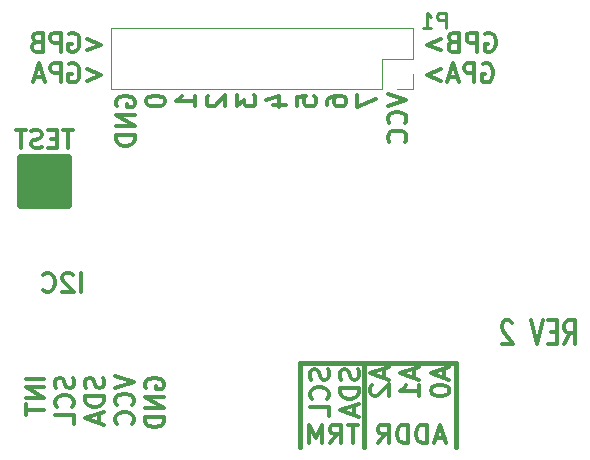
<source format=gbo>
%TF.GenerationSoftware,KiCad,Pcbnew,(6.0.1)*%
%TF.CreationDate,2022-05-24T08:04:28-04:00*%
%TF.ProjectId,SWLEDX8-I2C,53574c45-4458-4382-9d49-32432e6b6963,X1*%
%TF.SameCoordinates,Original*%
%TF.FileFunction,Legend,Bot*%
%TF.FilePolarity,Positive*%
%FSLAX46Y46*%
G04 Gerber Fmt 4.6, Leading zero omitted, Abs format (unit mm)*
G04 Created by KiCad (PCBNEW (6.0.1)) date 2022-05-24 08:04:28*
%MOMM*%
%LPD*%
G01*
G04 APERTURE LIST*
%ADD10C,0.381000*%
%ADD11C,0.304800*%
%ADD12C,0.254000*%
%ADD13C,0.650000*%
%ADD14C,0.120000*%
G04 APERTURE END LIST*
D10*
X32766000Y-30480000D02*
X45974000Y-30480000D01*
X45974000Y-30480000D02*
X45974000Y-37592000D01*
X38227000Y-30480000D02*
X38227000Y-37592000D01*
X32766000Y-30480000D02*
X32766000Y-37592000D01*
D11*
X45046053Y-36840583D02*
X44278005Y-36840583D01*
X45199662Y-37294154D02*
X44662029Y-35706654D01*
X44124396Y-37294154D01*
X43586762Y-37294154D02*
X43586762Y-35706654D01*
X43202739Y-35706654D01*
X42972324Y-35782250D01*
X42818715Y-35933440D01*
X42741910Y-36084630D01*
X42665105Y-36387011D01*
X42665105Y-36613797D01*
X42741910Y-36916178D01*
X42818715Y-37067369D01*
X42972324Y-37218559D01*
X43202739Y-37294154D01*
X43586762Y-37294154D01*
X41973862Y-37294154D02*
X41973862Y-35706654D01*
X41589839Y-35706654D01*
X41359424Y-35782250D01*
X41205815Y-35933440D01*
X41129010Y-36084630D01*
X41052205Y-36387011D01*
X41052205Y-36613797D01*
X41129010Y-36916178D01*
X41205815Y-37067369D01*
X41359424Y-37218559D01*
X41589839Y-37294154D01*
X41973862Y-37294154D01*
X39439305Y-37294154D02*
X39976939Y-36538202D01*
X40360962Y-37294154D02*
X40360962Y-35706654D01*
X39746524Y-35706654D01*
X39592915Y-35782250D01*
X39516110Y-35857845D01*
X39439305Y-36009035D01*
X39439305Y-36235821D01*
X39516110Y-36387011D01*
X39592915Y-36462607D01*
X39746524Y-36538202D01*
X40360962Y-36538202D01*
X37749600Y-35706654D02*
X36827943Y-35706654D01*
X37288772Y-37294154D02*
X37288772Y-35706654D01*
X35368653Y-37294154D02*
X35906286Y-36538202D01*
X36290310Y-37294154D02*
X36290310Y-35706654D01*
X35675872Y-35706654D01*
X35522262Y-35782250D01*
X35445458Y-35857845D01*
X35368653Y-36009035D01*
X35368653Y-36235821D01*
X35445458Y-36387011D01*
X35522262Y-36462607D01*
X35675872Y-36538202D01*
X36290310Y-36538202D01*
X34677410Y-37294154D02*
X34677410Y-35706654D01*
X34139777Y-36840583D01*
X33602143Y-35706654D01*
X33602143Y-37294154D01*
X17295813Y-8773643D02*
X17220217Y-8622453D01*
X17220217Y-8395667D01*
X17295813Y-8168881D01*
X17447003Y-8017691D01*
X17598193Y-7942096D01*
X17900574Y-7866500D01*
X18127360Y-7866500D01*
X18429741Y-7942096D01*
X18580932Y-8017691D01*
X18732122Y-8168881D01*
X18807717Y-8395667D01*
X18807717Y-8546858D01*
X18732122Y-8773643D01*
X18656527Y-8849239D01*
X18127360Y-8849239D01*
X18127360Y-8546858D01*
X18807717Y-9529596D02*
X17220217Y-9529596D01*
X18807717Y-10436739D01*
X17220217Y-10436739D01*
X18807717Y-11192691D02*
X17220217Y-11192691D01*
X17220217Y-11570667D01*
X17295813Y-11797453D01*
X17447003Y-11948643D01*
X17598193Y-12024239D01*
X17900574Y-12099834D01*
X18127360Y-12099834D01*
X18429741Y-12024239D01*
X18580932Y-11948643D01*
X18732122Y-11797453D01*
X18807717Y-11570667D01*
X18807717Y-11192691D01*
X19776092Y-8244477D02*
X19776092Y-8395667D01*
X19851688Y-8546858D01*
X19927283Y-8622453D01*
X20078473Y-8698048D01*
X20380854Y-8773643D01*
X20758830Y-8773643D01*
X21061211Y-8698048D01*
X21212402Y-8622453D01*
X21287997Y-8546858D01*
X21363592Y-8395667D01*
X21363592Y-8244477D01*
X21287997Y-8093286D01*
X21212402Y-8017691D01*
X21061211Y-7942096D01*
X20758830Y-7866500D01*
X20380854Y-7866500D01*
X20078473Y-7942096D01*
X19927283Y-8017691D01*
X19851688Y-8093286D01*
X19776092Y-8244477D01*
X23919467Y-8773643D02*
X23919467Y-7866500D01*
X23919467Y-8320072D02*
X22331967Y-8320072D01*
X22558753Y-8168881D01*
X22709943Y-8017691D01*
X22785539Y-7866500D01*
X25039033Y-7866500D02*
X24963438Y-7942096D01*
X24887842Y-8093286D01*
X24887842Y-8471262D01*
X24963438Y-8622453D01*
X25039033Y-8698048D01*
X25190223Y-8773643D01*
X25341414Y-8773643D01*
X25568199Y-8698048D01*
X26475342Y-7790905D01*
X26475342Y-8773643D01*
X27443717Y-7790905D02*
X27443717Y-8773643D01*
X28048479Y-8244477D01*
X28048479Y-8471262D01*
X28124074Y-8622453D01*
X28199670Y-8698048D01*
X28350860Y-8773643D01*
X28728836Y-8773643D01*
X28880027Y-8698048D01*
X28955622Y-8622453D01*
X29031217Y-8471262D01*
X29031217Y-8017691D01*
X28955622Y-7866500D01*
X28880027Y-7790905D01*
X30528759Y-8622453D02*
X31587092Y-8622453D01*
X29923997Y-8244477D02*
X31057926Y-7866500D01*
X31057926Y-8849239D01*
X32555467Y-8698048D02*
X32555467Y-7942096D01*
X33311420Y-7866500D01*
X33235824Y-7942096D01*
X33160229Y-8093286D01*
X33160229Y-8471262D01*
X33235824Y-8622453D01*
X33311420Y-8698048D01*
X33462610Y-8773643D01*
X33840586Y-8773643D01*
X33991777Y-8698048D01*
X34067372Y-8622453D01*
X34142967Y-8471262D01*
X34142967Y-8093286D01*
X34067372Y-7942096D01*
X33991777Y-7866500D01*
X35111342Y-8622453D02*
X35111342Y-8320072D01*
X35186938Y-8168881D01*
X35262533Y-8093286D01*
X35489318Y-7942096D01*
X35791699Y-7866500D01*
X36396461Y-7866500D01*
X36547652Y-7942096D01*
X36623247Y-8017691D01*
X36698842Y-8168881D01*
X36698842Y-8471262D01*
X36623247Y-8622453D01*
X36547652Y-8698048D01*
X36396461Y-8773643D01*
X36018485Y-8773643D01*
X35867295Y-8698048D01*
X35791699Y-8622453D01*
X35716104Y-8471262D01*
X35716104Y-8168881D01*
X35791699Y-8017691D01*
X35867295Y-7942096D01*
X36018485Y-7866500D01*
X37667217Y-7790905D02*
X37667217Y-8849239D01*
X39254717Y-8168881D01*
X40223092Y-7715310D02*
X41810592Y-8244477D01*
X40223092Y-8773643D01*
X41659402Y-10209953D02*
X41734997Y-10134358D01*
X41810592Y-9907572D01*
X41810592Y-9756381D01*
X41734997Y-9529596D01*
X41583807Y-9378405D01*
X41432616Y-9302810D01*
X41130235Y-9227215D01*
X40903449Y-9227215D01*
X40601068Y-9302810D01*
X40449878Y-9378405D01*
X40298688Y-9529596D01*
X40223092Y-9756381D01*
X40223092Y-9907572D01*
X40298688Y-10134358D01*
X40374283Y-10209953D01*
X41659402Y-11797453D02*
X41734997Y-11721858D01*
X41810592Y-11495072D01*
X41810592Y-11343881D01*
X41734997Y-11117096D01*
X41583807Y-10965905D01*
X41432616Y-10890310D01*
X41130235Y-10814715D01*
X40903449Y-10814715D01*
X40601068Y-10890310D01*
X40449878Y-10965905D01*
X40298688Y-11117096D01*
X40223092Y-11343881D01*
X40223092Y-11495072D01*
X40298688Y-11721858D01*
X40374283Y-11797453D01*
X48495834Y-2604500D02*
X48640977Y-2525880D01*
X48858691Y-2525880D01*
X49076405Y-2604500D01*
X49221548Y-2761738D01*
X49294120Y-2918976D01*
X49366691Y-3233452D01*
X49366691Y-3469309D01*
X49294120Y-3783785D01*
X49221548Y-3941023D01*
X49076405Y-4098261D01*
X48858691Y-4176880D01*
X48713548Y-4176880D01*
X48495834Y-4098261D01*
X48423262Y-4019642D01*
X48423262Y-3469309D01*
X48713548Y-3469309D01*
X47770120Y-4176880D02*
X47770120Y-2525880D01*
X47189548Y-2525880D01*
X47044405Y-2604500D01*
X46971834Y-2683119D01*
X46899262Y-2840357D01*
X46899262Y-3076214D01*
X46971834Y-3233452D01*
X47044405Y-3312071D01*
X47189548Y-3390690D01*
X47770120Y-3390690D01*
X45738120Y-3312071D02*
X45520405Y-3390690D01*
X45447834Y-3469309D01*
X45375262Y-3626547D01*
X45375262Y-3862404D01*
X45447834Y-4019642D01*
X45520405Y-4098261D01*
X45665548Y-4176880D01*
X46246120Y-4176880D01*
X46246120Y-2525880D01*
X45738120Y-2525880D01*
X45592977Y-2604500D01*
X45520405Y-2683119D01*
X45447834Y-2840357D01*
X45447834Y-2997595D01*
X45520405Y-3154833D01*
X45592977Y-3233452D01*
X45738120Y-3312071D01*
X46246120Y-3312071D01*
X44722120Y-3076214D02*
X43560977Y-3547928D01*
X44722120Y-4019642D01*
X35154809Y-30985339D02*
X35230404Y-31215753D01*
X35230404Y-31599777D01*
X35154809Y-31753386D01*
X35079214Y-31830191D01*
X34928023Y-31906996D01*
X34776833Y-31906996D01*
X34625642Y-31830191D01*
X34550047Y-31753386D01*
X34474452Y-31599777D01*
X34398857Y-31292558D01*
X34323261Y-31138948D01*
X34247666Y-31062143D01*
X34096476Y-30985339D01*
X33945285Y-30985339D01*
X33794095Y-31062143D01*
X33718500Y-31138948D01*
X33642904Y-31292558D01*
X33642904Y-31676581D01*
X33718500Y-31906996D01*
X35079214Y-33519896D02*
X35154809Y-33443091D01*
X35230404Y-33212677D01*
X35230404Y-33059067D01*
X35154809Y-32828653D01*
X35003619Y-32675043D01*
X34852428Y-32598239D01*
X34550047Y-32521434D01*
X34323261Y-32521434D01*
X34020880Y-32598239D01*
X33869690Y-32675043D01*
X33718500Y-32828653D01*
X33642904Y-33059067D01*
X33642904Y-33212677D01*
X33718500Y-33443091D01*
X33794095Y-33519896D01*
X35230404Y-34979186D02*
X35230404Y-34211139D01*
X33642904Y-34211139D01*
X37710684Y-30985339D02*
X37786279Y-31215753D01*
X37786279Y-31599777D01*
X37710684Y-31753386D01*
X37635089Y-31830191D01*
X37483898Y-31906996D01*
X37332708Y-31906996D01*
X37181517Y-31830191D01*
X37105922Y-31753386D01*
X37030327Y-31599777D01*
X36954732Y-31292558D01*
X36879136Y-31138948D01*
X36803541Y-31062143D01*
X36652351Y-30985339D01*
X36501160Y-30985339D01*
X36349970Y-31062143D01*
X36274375Y-31138948D01*
X36198779Y-31292558D01*
X36198779Y-31676581D01*
X36274375Y-31906996D01*
X37786279Y-32598239D02*
X36198779Y-32598239D01*
X36198779Y-32982262D01*
X36274375Y-33212677D01*
X36425565Y-33366286D01*
X36576755Y-33443091D01*
X36879136Y-33519896D01*
X37105922Y-33519896D01*
X37408303Y-33443091D01*
X37559494Y-33366286D01*
X37710684Y-33212677D01*
X37786279Y-32982262D01*
X37786279Y-32598239D01*
X37332708Y-34134334D02*
X37332708Y-34902381D01*
X37786279Y-33980724D02*
X36198779Y-34518358D01*
X37786279Y-35055991D01*
X39888583Y-30985339D02*
X39888583Y-31753386D01*
X40342154Y-30831729D02*
X38754654Y-31369362D01*
X40342154Y-31906996D01*
X38905845Y-32367824D02*
X38830250Y-32444629D01*
X38754654Y-32598239D01*
X38754654Y-32982262D01*
X38830250Y-33135872D01*
X38905845Y-33212677D01*
X39057035Y-33289481D01*
X39208226Y-33289481D01*
X39435011Y-33212677D01*
X40342154Y-32291020D01*
X40342154Y-33289481D01*
X42444458Y-30985339D02*
X42444458Y-31753386D01*
X42898029Y-30831729D02*
X41310529Y-31369362D01*
X42898029Y-31906996D01*
X42898029Y-33289481D02*
X42898029Y-32367824D01*
X42898029Y-32828653D02*
X41310529Y-32828653D01*
X41537315Y-32675043D01*
X41688505Y-32521434D01*
X41764101Y-32367824D01*
X45000333Y-30985339D02*
X45000333Y-31753386D01*
X45453904Y-30831729D02*
X43866404Y-31369362D01*
X45453904Y-31906996D01*
X43866404Y-32751848D02*
X43866404Y-32905458D01*
X43942000Y-33059067D01*
X44017595Y-33135872D01*
X44168785Y-33212677D01*
X44471166Y-33289481D01*
X44849142Y-33289481D01*
X45151523Y-33212677D01*
X45302714Y-33135872D01*
X45378309Y-33059067D01*
X45453904Y-32905458D01*
X45453904Y-32751848D01*
X45378309Y-32598239D01*
X45302714Y-32521434D01*
X45151523Y-32444629D01*
X44849142Y-32367824D01*
X44471166Y-32367824D01*
X44168785Y-32444629D01*
X44017595Y-32521434D01*
X43942000Y-32598239D01*
X43866404Y-32751848D01*
X11135553Y-31815072D02*
X9560753Y-31815072D01*
X11135553Y-32564977D02*
X9560753Y-32564977D01*
X11135553Y-33464862D01*
X9560753Y-33464862D01*
X9560753Y-33989796D02*
X9560753Y-34889681D01*
X11135553Y-34439739D02*
X9560753Y-34439739D01*
X13595991Y-31740081D02*
X13670981Y-31965053D01*
X13670981Y-32340005D01*
X13595991Y-32489986D01*
X13521000Y-32564977D01*
X13371019Y-32639967D01*
X13221038Y-32639967D01*
X13071057Y-32564977D01*
X12996067Y-32489986D01*
X12921076Y-32340005D01*
X12846086Y-32040043D01*
X12771095Y-31890062D01*
X12696105Y-31815072D01*
X12546124Y-31740081D01*
X12396143Y-31740081D01*
X12246162Y-31815072D01*
X12171172Y-31890062D01*
X12096181Y-32040043D01*
X12096181Y-32414996D01*
X12171172Y-32639967D01*
X13521000Y-34214767D02*
X13595991Y-34139777D01*
X13670981Y-33914805D01*
X13670981Y-33764824D01*
X13595991Y-33539853D01*
X13446010Y-33389872D01*
X13296029Y-33314881D01*
X12996067Y-33239891D01*
X12771095Y-33239891D01*
X12471133Y-33314881D01*
X12321152Y-33389872D01*
X12171172Y-33539853D01*
X12096181Y-33764824D01*
X12096181Y-33914805D01*
X12171172Y-34139777D01*
X12246162Y-34214767D01*
X13670981Y-35639586D02*
X13670981Y-34889681D01*
X12096181Y-34889681D01*
X16131419Y-31740081D02*
X16206409Y-31965053D01*
X16206409Y-32340005D01*
X16131419Y-32489986D01*
X16056428Y-32564977D01*
X15906447Y-32639967D01*
X15756466Y-32639967D01*
X15606485Y-32564977D01*
X15531495Y-32489986D01*
X15456504Y-32340005D01*
X15381514Y-32040043D01*
X15306523Y-31890062D01*
X15231533Y-31815072D01*
X15081552Y-31740081D01*
X14931571Y-31740081D01*
X14781590Y-31815072D01*
X14706600Y-31890062D01*
X14631609Y-32040043D01*
X14631609Y-32414996D01*
X14706600Y-32639967D01*
X16206409Y-33314881D02*
X14631609Y-33314881D01*
X14631609Y-33689834D01*
X14706600Y-33914805D01*
X14856580Y-34064786D01*
X15006561Y-34139777D01*
X15306523Y-34214767D01*
X15531495Y-34214767D01*
X15831457Y-34139777D01*
X15981438Y-34064786D01*
X16131419Y-33914805D01*
X16206409Y-33689834D01*
X16206409Y-33314881D01*
X15756466Y-34814691D02*
X15756466Y-35564596D01*
X16206409Y-34664710D02*
X14631609Y-35189643D01*
X16206409Y-35714577D01*
X17167037Y-31590100D02*
X18741837Y-32115034D01*
X17167037Y-32639967D01*
X18591856Y-34064786D02*
X18666847Y-33989796D01*
X18741837Y-33764824D01*
X18741837Y-33614843D01*
X18666847Y-33389872D01*
X18516866Y-33239891D01*
X18366885Y-33164900D01*
X18066923Y-33089910D01*
X17841951Y-33089910D01*
X17541989Y-33164900D01*
X17392008Y-33239891D01*
X17242028Y-33389872D01*
X17167037Y-33614843D01*
X17167037Y-33764824D01*
X17242028Y-33989796D01*
X17317018Y-34064786D01*
X18591856Y-35639586D02*
X18666847Y-35564596D01*
X18741837Y-35339624D01*
X18741837Y-35189643D01*
X18666847Y-34964672D01*
X18516866Y-34814691D01*
X18366885Y-34739700D01*
X18066923Y-34664710D01*
X17841951Y-34664710D01*
X17541989Y-34739700D01*
X17392008Y-34814691D01*
X17242028Y-34964672D01*
X17167037Y-35189643D01*
X17167037Y-35339624D01*
X17242028Y-35564596D01*
X17317018Y-35639586D01*
X19777456Y-32639967D02*
X19702465Y-32489986D01*
X19702465Y-32265015D01*
X19777456Y-32040043D01*
X19927436Y-31890062D01*
X20077417Y-31815072D01*
X20377379Y-31740081D01*
X20602351Y-31740081D01*
X20902313Y-31815072D01*
X21052294Y-31890062D01*
X21202275Y-32040043D01*
X21277265Y-32265015D01*
X21277265Y-32414996D01*
X21202275Y-32639967D01*
X21127284Y-32714958D01*
X20602351Y-32714958D01*
X20602351Y-32414996D01*
X21277265Y-33389872D02*
X19702465Y-33389872D01*
X21277265Y-34289758D01*
X19702465Y-34289758D01*
X21277265Y-35039662D02*
X19702465Y-35039662D01*
X19702465Y-35414615D01*
X19777456Y-35639586D01*
X19927436Y-35789567D01*
X20077417Y-35864558D01*
X20377379Y-35939548D01*
X20602351Y-35939548D01*
X20902313Y-35864558D01*
X21052294Y-35789567D01*
X21202275Y-35639586D01*
X21277265Y-35414615D01*
X21277265Y-35039662D01*
X55177142Y-28919238D02*
X55685142Y-27951619D01*
X56048000Y-28919238D02*
X56048000Y-26887238D01*
X55467428Y-26887238D01*
X55322285Y-26984000D01*
X55249714Y-27080761D01*
X55177142Y-27274285D01*
X55177142Y-27564571D01*
X55249714Y-27758095D01*
X55322285Y-27854857D01*
X55467428Y-27951619D01*
X56048000Y-27951619D01*
X54524000Y-27854857D02*
X54016000Y-27854857D01*
X53798285Y-28919238D02*
X54524000Y-28919238D01*
X54524000Y-26887238D01*
X53798285Y-26887238D01*
X53362857Y-26887238D02*
X52854857Y-28919238D01*
X52346857Y-26887238D01*
X50750285Y-27080761D02*
X50677714Y-26984000D01*
X50532571Y-26887238D01*
X50169714Y-26887238D01*
X50024571Y-26984000D01*
X49952000Y-27080761D01*
X49879428Y-27274285D01*
X49879428Y-27467809D01*
X49952000Y-27758095D01*
X50822857Y-28919238D01*
X49879428Y-28919238D01*
X14777880Y-5646214D02*
X15939022Y-6117928D01*
X14777880Y-6589642D01*
X13253880Y-5174500D02*
X13399022Y-5095880D01*
X13616737Y-5095880D01*
X13834451Y-5174500D01*
X13979594Y-5331738D01*
X14052165Y-5488976D01*
X14124737Y-5803452D01*
X14124737Y-6039309D01*
X14052165Y-6353785D01*
X13979594Y-6511023D01*
X13834451Y-6668261D01*
X13616737Y-6746880D01*
X13471594Y-6746880D01*
X13253880Y-6668261D01*
X13181308Y-6589642D01*
X13181308Y-6039309D01*
X13471594Y-6039309D01*
X12528165Y-6746880D02*
X12528165Y-5095880D01*
X11947594Y-5095880D01*
X11802451Y-5174500D01*
X11729880Y-5253119D01*
X11657308Y-5410357D01*
X11657308Y-5646214D01*
X11729880Y-5803452D01*
X11802451Y-5882071D01*
X11947594Y-5960690D01*
X12528165Y-5960690D01*
X11076737Y-6275166D02*
X10351022Y-6275166D01*
X11221880Y-6746880D02*
X10713880Y-5095880D01*
X10205880Y-6746880D01*
X48278120Y-5174500D02*
X48423262Y-5095880D01*
X48640977Y-5095880D01*
X48858691Y-5174500D01*
X49003834Y-5331738D01*
X49076405Y-5488976D01*
X49148977Y-5803452D01*
X49148977Y-6039309D01*
X49076405Y-6353785D01*
X49003834Y-6511023D01*
X48858691Y-6668261D01*
X48640977Y-6746880D01*
X48495834Y-6746880D01*
X48278120Y-6668261D01*
X48205548Y-6589642D01*
X48205548Y-6039309D01*
X48495834Y-6039309D01*
X47552405Y-6746880D02*
X47552405Y-5095880D01*
X46971834Y-5095880D01*
X46826691Y-5174500D01*
X46754120Y-5253119D01*
X46681548Y-5410357D01*
X46681548Y-5646214D01*
X46754120Y-5803452D01*
X46826691Y-5882071D01*
X46971834Y-5960690D01*
X47552405Y-5960690D01*
X46100977Y-6275166D02*
X45375262Y-6275166D01*
X46246120Y-6746880D02*
X45738120Y-5095880D01*
X45230120Y-6746880D01*
X44722120Y-5646214D02*
X43560977Y-6117928D01*
X44722120Y-6589642D01*
X14276856Y-24467154D02*
X14276856Y-22879654D01*
X13585613Y-23030845D02*
X13508808Y-22955250D01*
X13355199Y-22879654D01*
X12971175Y-22879654D01*
X12817565Y-22955250D01*
X12740760Y-23030845D01*
X12663956Y-23182035D01*
X12663956Y-23333226D01*
X12740760Y-23560011D01*
X13662418Y-24467154D01*
X12663956Y-24467154D01*
X11051056Y-24315964D02*
X11127860Y-24391559D01*
X11358275Y-24467154D01*
X11511884Y-24467154D01*
X11742299Y-24391559D01*
X11895908Y-24240369D01*
X11972713Y-24089178D01*
X12049518Y-23786797D01*
X12049518Y-23560011D01*
X11972713Y-23257630D01*
X11895908Y-23106440D01*
X11742299Y-22955250D01*
X11511884Y-22879654D01*
X11358275Y-22879654D01*
X11127860Y-22955250D01*
X11051056Y-23030845D01*
X14777880Y-3075214D02*
X15939022Y-3546928D01*
X14777880Y-4018642D01*
X13253880Y-2603500D02*
X13399022Y-2524880D01*
X13616737Y-2524880D01*
X13834451Y-2603500D01*
X13979594Y-2760738D01*
X14052165Y-2917976D01*
X14124737Y-3232452D01*
X14124737Y-3468309D01*
X14052165Y-3782785D01*
X13979594Y-3940023D01*
X13834451Y-4097261D01*
X13616737Y-4175880D01*
X13471594Y-4175880D01*
X13253880Y-4097261D01*
X13181308Y-4018642D01*
X13181308Y-3468309D01*
X13471594Y-3468309D01*
X12528165Y-4175880D02*
X12528165Y-2524880D01*
X11947594Y-2524880D01*
X11802451Y-2603500D01*
X11729880Y-2682119D01*
X11657308Y-2839357D01*
X11657308Y-3075214D01*
X11729880Y-3232452D01*
X11802451Y-3311071D01*
X11947594Y-3389690D01*
X12528165Y-3389690D01*
X10496165Y-3311071D02*
X10278451Y-3389690D01*
X10205880Y-3468309D01*
X10133308Y-3625547D01*
X10133308Y-3861404D01*
X10205880Y-4018642D01*
X10278451Y-4097261D01*
X10423594Y-4175880D01*
X11004165Y-4175880D01*
X11004165Y-2524880D01*
X10496165Y-2524880D01*
X10351022Y-2603500D01*
X10278451Y-2682119D01*
X10205880Y-2839357D01*
X10205880Y-2996595D01*
X10278451Y-3153833D01*
X10351022Y-3232452D01*
X10496165Y-3311071D01*
X11004165Y-3311071D01*
%TO.C,TEST*%
X13607142Y-10778428D02*
X12736285Y-10778428D01*
X13171714Y-12302428D02*
X13171714Y-10778428D01*
X12228285Y-11504142D02*
X11720285Y-11504142D01*
X11502571Y-12302428D02*
X12228285Y-12302428D01*
X12228285Y-10778428D01*
X11502571Y-10778428D01*
X10922000Y-12229857D02*
X10704285Y-12302428D01*
X10341428Y-12302428D01*
X10196285Y-12229857D01*
X10123714Y-12157285D01*
X10051142Y-12012142D01*
X10051142Y-11867000D01*
X10123714Y-11721857D01*
X10196285Y-11649285D01*
X10341428Y-11576714D01*
X10631714Y-11504142D01*
X10776857Y-11431571D01*
X10849428Y-11359000D01*
X10922000Y-11213857D01*
X10922000Y-11068714D01*
X10849428Y-10923571D01*
X10776857Y-10851000D01*
X10631714Y-10778428D01*
X10268857Y-10778428D01*
X10051142Y-10851000D01*
X9615714Y-10778428D02*
X8744857Y-10778428D01*
X9180285Y-12302428D02*
X9180285Y-10778428D01*
D12*
%TO.C,P1*%
X45133380Y-2098523D02*
X45133380Y-828523D01*
X44649571Y-828523D01*
X44528619Y-889000D01*
X44468142Y-949476D01*
X44407666Y-1070428D01*
X44407666Y-1251857D01*
X44468142Y-1372809D01*
X44528619Y-1433285D01*
X44649571Y-1493761D01*
X45133380Y-1493761D01*
X43198142Y-2098523D02*
X43923857Y-2098523D01*
X43561000Y-2098523D02*
X43561000Y-828523D01*
X43681952Y-1009952D01*
X43802904Y-1130904D01*
X43923857Y-1191380D01*
D13*
%TO.C,TEST*%
X9176000Y-13113000D02*
X9176000Y-13613000D01*
X9176000Y-14113000D02*
X9176000Y-14613000D01*
X9176000Y-16613000D02*
X13176000Y-16613000D01*
X13176000Y-15613000D02*
X13176000Y-16113000D01*
X9176000Y-13613000D02*
X13176000Y-13613000D01*
X13176000Y-13613000D02*
X13176000Y-14113000D01*
X13176000Y-14113000D02*
X9176000Y-14113000D01*
X9176000Y-16113000D02*
X9176000Y-16613000D01*
X9176000Y-17113000D02*
X9176000Y-13113000D01*
X13176000Y-15113000D02*
X9176000Y-15113000D01*
X12676000Y-15613000D02*
X13176000Y-15613000D01*
X9176000Y-15613000D02*
X12676000Y-15613000D01*
X13176000Y-16113000D02*
X9176000Y-16113000D01*
X9176000Y-13113000D02*
X13176000Y-13113000D01*
X9176000Y-14613000D02*
X13176000Y-14613000D01*
X13176000Y-17113000D02*
X9176000Y-17113000D01*
X13176000Y-14613000D02*
X13176000Y-15113000D01*
X13176000Y-13113000D02*
X13176000Y-17113000D01*
X9176000Y-15113000D02*
X9176000Y-15613000D01*
D14*
%TO.C,P1*%
X41000000Y-7330000D02*
X42330000Y-7330000D01*
X39730000Y-7330000D02*
X16810000Y-7330000D01*
X39730000Y-7330000D02*
X39730000Y-4730000D01*
X39730000Y-4730000D02*
X42330000Y-4730000D01*
X42330000Y-7330000D02*
X42330000Y-6000000D01*
X16810000Y-7330000D02*
X16810000Y-2130000D01*
X42330000Y-4730000D02*
X42330000Y-2130000D01*
X42330000Y-2130000D02*
X16810000Y-2130000D01*
%TD*%
M02*

</source>
